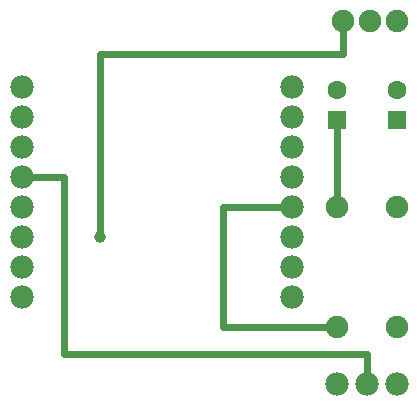
<source format=gbl>
G04 MADE WITH FRITZING*
G04 WWW.FRITZING.ORG*
G04 DOUBLE SIDED*
G04 HOLES PLATED*
G04 CONTOUR ON CENTER OF CONTOUR VECTOR*
%ASAXBY*%
%FSLAX23Y23*%
%MOIN*%
%OFA0B0*%
%SFA1.0B1.0*%
%ADD10C,0.039370*%
%ADD11C,0.077778*%
%ADD12C,0.062992*%
%ADD13C,0.075000*%
%ADD14C,0.078000*%
%ADD15R,0.062992X0.062992*%
%ADD16C,0.024000*%
%ADD17R,0.001000X0.001000*%
%LNCOPPER0*%
G90*
G70*
G54D10*
X328Y577D03*
G54D11*
X68Y1077D03*
X68Y977D03*
X68Y877D03*
X68Y777D03*
X68Y677D03*
X68Y577D03*
X68Y477D03*
X68Y377D03*
X968Y377D03*
X968Y477D03*
X968Y577D03*
X968Y677D03*
X968Y777D03*
X968Y877D03*
X968Y977D03*
X968Y1077D03*
G54D12*
X1318Y967D03*
X1318Y1065D03*
X1118Y967D03*
X1118Y1065D03*
G54D13*
X1318Y677D03*
X1318Y277D03*
X1118Y677D03*
X1118Y277D03*
G54D14*
X1318Y87D03*
X1218Y87D03*
X1118Y87D03*
G54D13*
X1138Y1297D03*
X1228Y1297D03*
X1318Y1297D03*
G54D15*
X1318Y967D03*
X1118Y967D03*
G54D16*
X1219Y186D02*
X1219Y117D01*
D02*
X208Y186D02*
X1219Y186D01*
D02*
X208Y776D02*
X208Y186D01*
D02*
X98Y776D02*
X208Y776D01*
D02*
X1118Y940D02*
X1118Y705D01*
D02*
X328Y1187D02*
X328Y596D01*
D02*
X1138Y1187D02*
X328Y1187D01*
D02*
X1138Y1268D02*
X1138Y1187D01*
D02*
X739Y677D02*
X739Y276D01*
D02*
X739Y276D02*
X1090Y277D01*
D02*
X939Y677D02*
X739Y677D01*
G54D17*
D02*
G04 End of Copper0*
M02*
</source>
